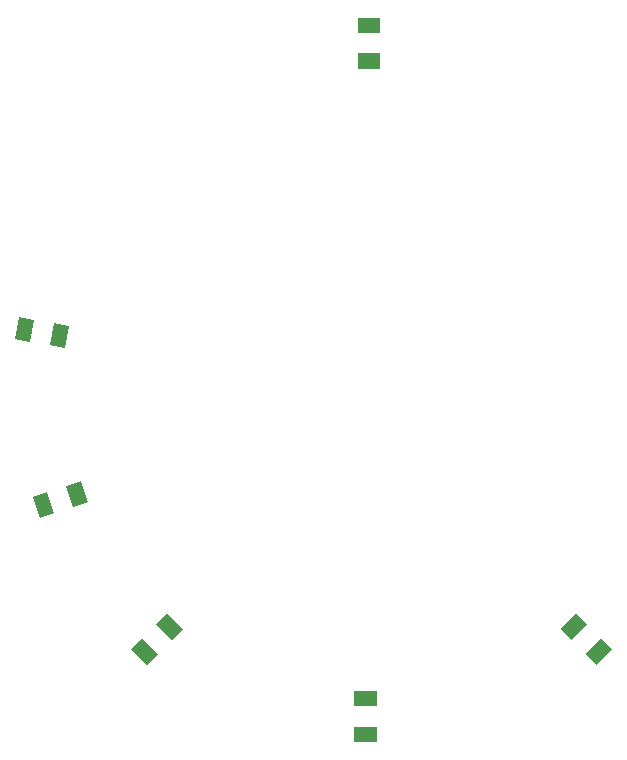
<source format=gbr>
G04 start of page 11 for group -4014 idx -4014 *
G04 Title: (unknown), bottompaste *
G04 Creator: pcb 4.2.0 *
G04 CreationDate: Fri Jan  3 20:58:43 2020 UTC *
G04 For: blinken *
G04 Format: Gerber/RS-274X *
G04 PCB-Dimensions (mil): 3149.61 3149.61 *
G04 PCB-Coordinate-Origin: lower left *
%MOIN*%
%FSLAX25Y25*%
%LNBOTTOMPASTE*%
%ADD61C,0.0001*%
G54D61*G36*
X237706Y68577D02*X234087Y72196D01*
X228798Y66907D01*
X232417Y63288D01*
X237706Y68577D01*
G37*
G36*
X229355Y76929D02*X225736Y80547D01*
X220447Y75258D01*
X224066Y71639D01*
X229355Y76929D01*
G37*
G36*
X80919Y72104D02*X77300Y68485D01*
X82589Y63196D01*
X86208Y66815D01*
X80919Y72104D01*
G37*
G36*
X89270Y80456D02*X85651Y76837D01*
X90940Y71548D01*
X94559Y75167D01*
X89270Y80456D01*
G37*
G36*
X152862Y278864D02*Y273746D01*
X160342D01*
Y278864D01*
X152862D01*
G37*
G36*
Y267054D02*Y261936D01*
X160342D01*
Y267054D01*
X152862D01*
G37*
G36*
X44937Y178234D02*X39897Y179123D01*
X38598Y171757D01*
X43638Y170868D01*
X44937Y178234D01*
G37*
G36*
X56568Y176183D02*X51527Y177072D01*
X50228Y169706D01*
X55269Y168817D01*
X56568Y176183D01*
G37*
G36*
X151713Y42645D02*Y37527D01*
X159193D01*
Y42645D01*
X151713D01*
G37*
G36*
Y54455D02*Y49337D01*
X159193D01*
Y54455D01*
X151713D01*
G37*
G36*
X49351Y120803D02*X44483Y119221D01*
X46795Y112108D01*
X51662Y113689D01*
X49351Y120803D01*
G37*
G36*
X60583Y124452D02*X55715Y122871D01*
X58027Y115757D01*
X62894Y117339D01*
X60583Y124452D01*
G37*
M02*

</source>
